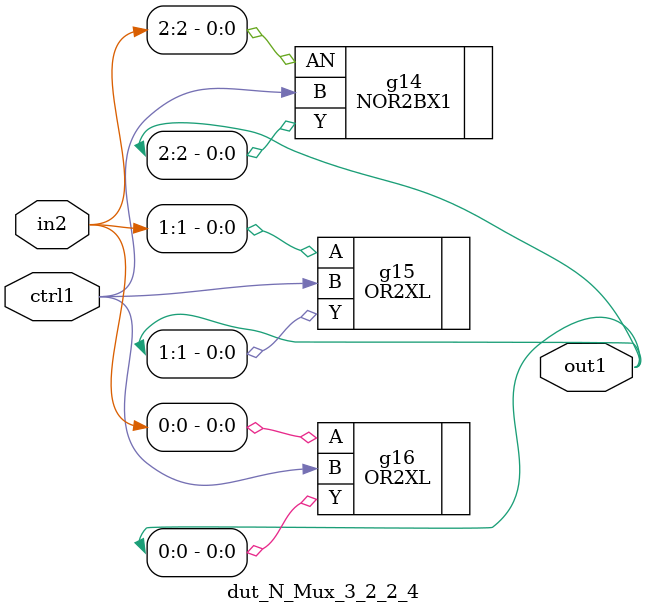
<source format=v>
`timescale 1ps / 1ps


module dut_N_Mux_3_2_2_4(in2, ctrl1, out1);
  input [2:0] in2;
  input ctrl1;
  output [2:0] out1;
  wire [2:0] in2;
  wire ctrl1;
  wire [2:0] out1;
  NOR2BX1 g14(.AN (in2[2]), .B (ctrl1), .Y (out1[2]));
  OR2XL g15(.A (in2[1]), .B (ctrl1), .Y (out1[1]));
  OR2XL g16(.A (in2[0]), .B (ctrl1), .Y (out1[0]));
endmodule



</source>
